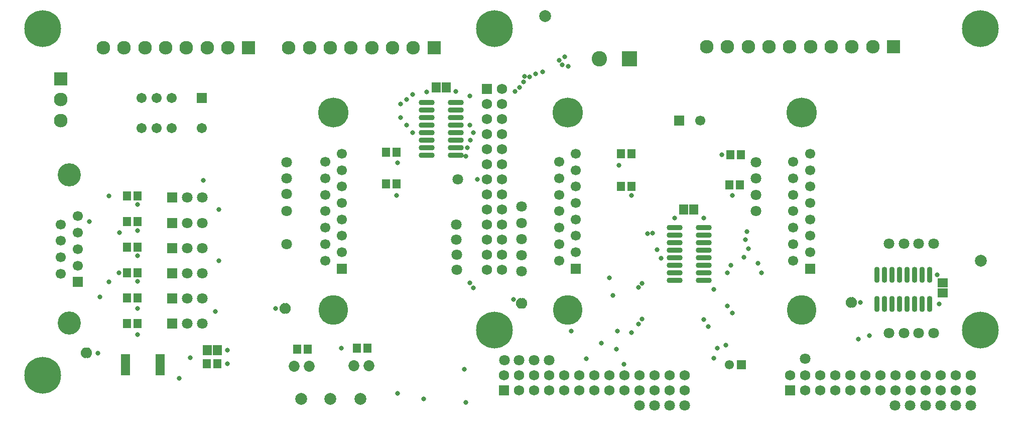
<source format=gts>
G04*
G04 #@! TF.GenerationSoftware,Altium Limited,Altium Designer,18.1.9 (240)*
G04*
G04 Layer_Color=8388736*
%FSLAX25Y25*%
%MOIN*%
G70*
G01*
G75*
%ADD28R,0.01157X0.07087*%
%ADD29R,0.01575X0.01575*%
%ADD30R,0.05906X0.06693*%
%ADD31R,0.05512X0.06299*%
%ADD32R,0.05906X0.14173*%
%ADD33R,0.06693X0.05906*%
%ADD34O,0.03543X0.10630*%
%ADD35O,0.10630X0.03543*%
%ADD36C,0.24410*%
%ADD37C,0.07874*%
%ADD38R,0.06102X0.06102*%
%ADD39C,0.06102*%
%ADD40C,0.06693*%
%ADD41R,0.06693X0.06693*%
%ADD42O,0.20276X0.19685*%
%ADD43C,0.19685*%
%ADD44C,0.15354*%
%ADD45C,0.07087*%
%ADD46R,0.07087X0.07087*%
%ADD47C,0.06890*%
%ADD48R,0.06890X0.06890*%
%ADD49R,0.09055X0.09055*%
%ADD50C,0.09055*%
%ADD51R,0.10236X0.10236*%
%ADD52C,0.10236*%
%ADD53R,0.09055X0.09055*%
%ADD54C,0.07287*%
%ADD55C,0.06724*%
%ADD56R,0.06724X0.06724*%
%ADD57R,0.06693X0.06693*%
%ADD58R,0.06890X0.06890*%
%ADD59C,0.03150*%
G36*
X-251582Y43546D02*
X-251573Y43546D01*
X-251556Y43544D01*
X-251539Y43543D01*
X-251530Y43541D01*
X-251522Y43540D01*
X-251505Y43536D01*
X-251488Y43533D01*
X-251480Y43530D01*
X-251471Y43528D01*
X-251456Y43522D01*
X-251439Y43516D01*
X-251431Y43513D01*
X-251424Y43510D01*
X-251409Y43501D01*
X-251393Y43494D01*
X-251386Y43489D01*
X-251378Y43485D01*
X-251365Y43475D01*
X-251350Y43465D01*
X-251343Y43459D01*
X-251337Y43454D01*
X-251325Y43442D01*
X-251311Y43431D01*
X-251306Y43424D01*
X-251299Y43418D01*
X-251289Y43405D01*
X-251277Y43392D01*
X-251272Y43385D01*
X-251267Y43378D01*
X-251258Y43364D01*
X-251249Y43349D01*
X-251245Y43341D01*
X-251240Y43334D01*
X-251234Y43319D01*
X-251226Y43303D01*
X-251223Y43295D01*
X-251220Y43287D01*
X-251215Y43271D01*
X-251209Y43254D01*
X-251207Y43245D01*
X-251205Y43237D01*
X-251203Y43221D01*
X-251199Y43203D01*
X-251199Y43195D01*
X-251197Y43186D01*
X-251197Y43169D01*
X-251196Y43152D01*
X-251196Y36853D01*
X-251197Y36838D01*
X-251197Y36824D01*
X-251199Y36813D01*
X-251199Y36801D01*
X-251202Y36787D01*
X-251204Y36773D01*
X-251207Y36762D01*
X-251209Y36751D01*
X-251214Y36737D01*
X-251218Y36723D01*
X-251222Y36713D01*
X-251226Y36702D01*
X-251232Y36689D01*
X-251238Y36676D01*
X-251244Y36666D01*
X-251249Y36656D01*
X-251257Y36643D01*
X-251264Y36631D01*
X-251271Y36622D01*
X-251277Y36613D01*
X-251287Y36602D01*
X-251296Y36590D01*
X-251304Y36582D01*
X-251311Y36574D01*
X-251322Y36564D01*
X-251333Y36554D01*
X-251342Y36547D01*
X-251350Y36540D01*
X-251362Y36532D01*
X-251374Y36523D01*
X-251384Y36517D01*
X-251393Y36511D01*
X-251406Y36505D01*
X-251419Y36498D01*
X-251429Y36493D01*
X-251439Y36488D01*
X-251453Y36484D01*
X-251466Y36478D01*
X-251478Y36475D01*
X-251488Y36472D01*
X-251502Y36469D01*
X-251517Y36465D01*
X-251528Y36464D01*
X-251539Y36462D01*
X-251553Y36461D01*
X-251568Y36459D01*
X-251579Y36459D01*
X-251590Y36458D01*
X-251605Y36459D01*
X-251619Y36459D01*
X-251904Y36480D01*
X-251917Y36482D01*
X-251930Y36483D01*
X-251943Y36486D01*
X-251956Y36487D01*
X-251968Y36491D01*
X-251980Y36494D01*
X-252532Y36646D01*
X-252544Y36650D01*
X-252556Y36653D01*
X-252568Y36658D01*
X-252580Y36663D01*
X-252592Y36669D01*
X-252604Y36674D01*
X-253114Y36930D01*
X-253126Y36937D01*
X-253137Y36943D01*
X-253148Y36950D01*
X-253159Y36957D01*
X-253169Y36964D01*
X-253180Y36972D01*
X-253630Y37323D01*
X-253640Y37332D01*
X-253650Y37340D01*
X-253659Y37349D01*
X-253669Y37358D01*
X-253678Y37367D01*
X-253686Y37377D01*
X-254060Y37809D01*
X-254068Y37820D01*
X-254076Y37829D01*
X-254083Y37840D01*
X-254091Y37850D01*
X-254097Y37862D01*
X-254105Y37873D01*
X-254386Y38370D01*
X-254392Y38381D01*
X-254398Y38393D01*
X-254403Y38405D01*
X-254409Y38416D01*
X-254413Y38429D01*
X-254418Y38440D01*
X-254597Y38983D01*
X-254601Y38996D01*
X-254605Y39008D01*
X-254607Y39021D01*
X-254610Y39033D01*
X-254612Y39046D01*
X-254614Y39059D01*
X-254684Y39626D01*
X-254685Y39639D01*
X-254687Y39652D01*
X-254687Y39665D01*
X-254688Y39678D01*
X-254686Y39690D01*
X-254686Y39703D01*
X-254668Y39957D01*
X-254690Y40215D01*
X-254691Y40227D01*
X-254692Y40240D01*
X-254691Y40253D01*
X-254691Y40266D01*
X-254690Y40279D01*
X-254689Y40292D01*
X-254626Y40869D01*
X-254624Y40882D01*
X-254622Y40895D01*
X-254619Y40907D01*
X-254617Y40920D01*
X-254613Y40932D01*
X-254610Y40945D01*
X-254435Y41499D01*
X-254430Y41511D01*
X-254426Y41523D01*
X-254421Y41535D01*
X-254416Y41547D01*
X-254410Y41558D01*
X-254405Y41570D01*
X-254125Y42079D01*
X-254118Y42090D01*
X-254112Y42101D01*
X-254104Y42111D01*
X-254097Y42122D01*
X-254089Y42132D01*
X-254081Y42143D01*
X-253708Y42587D01*
X-253699Y42597D01*
X-253691Y42606D01*
X-253681Y42615D01*
X-253672Y42625D01*
X-253662Y42632D01*
X-253652Y42641D01*
X-253199Y43005D01*
X-253189Y43012D01*
X-253179Y43020D01*
X-253168Y43027D01*
X-253157Y43034D01*
X-253146Y43040D01*
X-253134Y43047D01*
X-252619Y43315D01*
X-252607Y43320D01*
X-252596Y43326D01*
X-252584Y43330D01*
X-252572Y43335D01*
X-252560Y43339D01*
X-252548Y43343D01*
X-251990Y43506D01*
X-251977Y43508D01*
X-251965Y43512D01*
X-251952Y43514D01*
X-251940Y43517D01*
X-251927Y43518D01*
X-251914Y43520D01*
X-251625Y43545D01*
X-251608Y43545D01*
X-251590Y43547D01*
X-251582Y43546D01*
D02*
G37*
G36*
X-250392Y43545D02*
X-250375Y43545D01*
X-250086Y43520D01*
X-250073Y43518D01*
X-250061Y43517D01*
X-250048Y43514D01*
X-250035Y43512D01*
X-250023Y43508D01*
X-250010Y43506D01*
X-249452Y43343D01*
X-249440Y43339D01*
X-249428Y43335D01*
X-249416Y43330D01*
X-249404Y43326D01*
X-249393Y43320D01*
X-249381Y43315D01*
X-248866Y43047D01*
X-248854Y43040D01*
X-248843Y43034D01*
X-248832Y43027D01*
X-248821Y43020D01*
X-248811Y43012D01*
X-248801Y43005D01*
X-248348Y42641D01*
X-248338Y42632D01*
X-248328Y42625D01*
X-248319Y42615D01*
X-248309Y42606D01*
X-248301Y42597D01*
X-248292Y42587D01*
X-247919Y42143D01*
X-247911Y42132D01*
X-247903Y42122D01*
X-247896Y42111D01*
X-247888Y42101D01*
X-247882Y42090D01*
X-247875Y42079D01*
X-247596Y41570D01*
X-247590Y41558D01*
X-247584Y41547D01*
X-247579Y41535D01*
X-247574Y41523D01*
X-247570Y41511D01*
X-247565Y41499D01*
X-247390Y40945D01*
X-247387Y40932D01*
X-247383Y40920D01*
X-247381Y40907D01*
X-247378Y40895D01*
X-247376Y40882D01*
X-247374Y40869D01*
X-247311Y40292D01*
X-247310Y40279D01*
X-247309Y40266D01*
X-247309Y40253D01*
X-247308Y40240D01*
X-247309Y40227D01*
X-247310Y40215D01*
X-247332Y39957D01*
X-247314Y39703D01*
X-247313Y39690D01*
X-247312Y39678D01*
X-247313Y39665D01*
X-247313Y39652D01*
X-247315Y39639D01*
X-247316Y39626D01*
X-247386Y39059D01*
X-247388Y39046D01*
X-247390Y39033D01*
X-247393Y39021D01*
X-247395Y39008D01*
X-247399Y38996D01*
X-247403Y38983D01*
X-247582Y38440D01*
X-247587Y38429D01*
X-247591Y38416D01*
X-247597Y38405D01*
X-247602Y38393D01*
X-247608Y38381D01*
X-247614Y38370D01*
X-247895Y37873D01*
X-247903Y37862D01*
X-247909Y37850D01*
X-247917Y37840D01*
X-247924Y37829D01*
X-247932Y37820D01*
X-247940Y37809D01*
X-248313Y37377D01*
X-248323Y37367D01*
X-248331Y37358D01*
X-248341Y37349D01*
X-248350Y37340D01*
X-248360Y37332D01*
X-248370Y37323D01*
X-248820Y36972D01*
X-248831Y36964D01*
X-248841Y36957D01*
X-248852Y36950D01*
X-248863Y36943D01*
X-248874Y36937D01*
X-248886Y36930D01*
X-249396Y36674D01*
X-249408Y36669D01*
X-249420Y36663D01*
X-249432Y36658D01*
X-249444Y36653D01*
X-249456Y36650D01*
X-249468Y36646D01*
X-250020Y36494D01*
X-250032Y36491D01*
X-250044Y36487D01*
X-250057Y36486D01*
X-250070Y36483D01*
X-250083Y36482D01*
X-250096Y36480D01*
X-250381Y36459D01*
X-250395Y36459D01*
X-250410Y36458D01*
X-250421Y36459D01*
X-250432Y36459D01*
X-250447Y36461D01*
X-250461Y36462D01*
X-250472Y36464D01*
X-250483Y36465D01*
X-250498Y36469D01*
X-250512Y36472D01*
X-250522Y36475D01*
X-250534Y36478D01*
X-250547Y36484D01*
X-250561Y36488D01*
X-250571Y36493D01*
X-250581Y36498D01*
X-250594Y36505D01*
X-250607Y36511D01*
X-250616Y36517D01*
X-250626Y36523D01*
X-250638Y36532D01*
X-250650Y36540D01*
X-250658Y36547D01*
X-250667Y36554D01*
X-250678Y36564D01*
X-250689Y36574D01*
X-250696Y36582D01*
X-250704Y36590D01*
X-250713Y36602D01*
X-250723Y36613D01*
X-250729Y36622D01*
X-250736Y36631D01*
X-250743Y36643D01*
X-250751Y36656D01*
X-250756Y36666D01*
X-250762Y36676D01*
X-250768Y36689D01*
X-250774Y36702D01*
X-250778Y36713D01*
X-250782Y36723D01*
X-250786Y36737D01*
X-250791Y36751D01*
X-250793Y36762D01*
X-250796Y36773D01*
X-250798Y36787D01*
X-250801Y36801D01*
X-250801Y36813D01*
X-250803Y36824D01*
X-250803Y36838D01*
X-250804Y36853D01*
Y43152D01*
Y43152D01*
X-250803Y43169D01*
X-250803Y43186D01*
X-250801Y43195D01*
X-250801Y43203D01*
X-250797Y43220D01*
X-250795Y43237D01*
X-250793Y43245D01*
X-250791Y43254D01*
X-250785Y43270D01*
X-250781Y43287D01*
X-250777Y43295D01*
X-250774Y43303D01*
X-250766Y43318D01*
X-250760Y43334D01*
X-250755Y43341D01*
X-250751Y43349D01*
X-250742Y43364D01*
X-250733Y43378D01*
X-250728Y43385D01*
X-250723Y43392D01*
X-250711Y43405D01*
X-250701Y43418D01*
X-250694Y43424D01*
X-250689Y43431D01*
X-250676Y43442D01*
X-250663Y43454D01*
X-250657Y43459D01*
X-250650Y43465D01*
X-250635Y43475D01*
X-250622Y43485D01*
X-250614Y43489D01*
X-250607Y43494D01*
X-250591Y43501D01*
X-250576Y43510D01*
X-250569Y43513D01*
X-250561Y43516D01*
X-250544Y43522D01*
X-250529Y43528D01*
X-250520Y43530D01*
X-250512Y43533D01*
X-250495Y43536D01*
X-250478Y43540D01*
X-250470Y43541D01*
X-250461Y43543D01*
X-250444Y43544D01*
X-250427Y43546D01*
X-250418Y43546D01*
X-250410Y43547D01*
X-250392Y43545D01*
D02*
G37*
G36*
X-119581Y73046D02*
X-119573Y73046D01*
X-119556Y73044D01*
X-119539Y73043D01*
X-119530Y73041D01*
X-119522Y73040D01*
X-119505Y73036D01*
X-119488Y73033D01*
X-119480Y73030D01*
X-119472Y73028D01*
X-119456Y73022D01*
X-119439Y73017D01*
X-119431Y73013D01*
X-119423Y73010D01*
X-119409Y73001D01*
X-119393Y72994D01*
X-119386Y72989D01*
X-119378Y72985D01*
X-119365Y72975D01*
X-119350Y72965D01*
X-119343Y72959D01*
X-119337Y72954D01*
X-119325Y72943D01*
X-119311Y72931D01*
X-119306Y72924D01*
X-119299Y72918D01*
X-119289Y72905D01*
X-119277Y72892D01*
X-119272Y72885D01*
X-119267Y72878D01*
X-119258Y72864D01*
X-119249Y72849D01*
X-119245Y72841D01*
X-119240Y72834D01*
X-119234Y72819D01*
X-119226Y72803D01*
X-119223Y72795D01*
X-119220Y72787D01*
X-119215Y72771D01*
X-119209Y72754D01*
X-119208Y72745D01*
X-119205Y72737D01*
X-119203Y72721D01*
X-119199Y72703D01*
X-119199Y72695D01*
X-119197Y72686D01*
X-119197Y72669D01*
X-119196Y72652D01*
X-119196Y66353D01*
X-119197Y66338D01*
X-119197Y66324D01*
X-119199Y66313D01*
X-119199Y66301D01*
X-119202Y66287D01*
X-119204Y66273D01*
X-119207Y66262D01*
X-119209Y66251D01*
X-119214Y66237D01*
X-119218Y66223D01*
X-119222Y66213D01*
X-119226Y66202D01*
X-119232Y66189D01*
X-119238Y66176D01*
X-119244Y66166D01*
X-119249Y66155D01*
X-119257Y66143D01*
X-119264Y66131D01*
X-119271Y66122D01*
X-119277Y66113D01*
X-119287Y66102D01*
X-119296Y66090D01*
X-119304Y66082D01*
X-119311Y66074D01*
X-119322Y66064D01*
X-119333Y66054D01*
X-119342Y66047D01*
X-119350Y66040D01*
X-119362Y66032D01*
X-119374Y66023D01*
X-119384Y66017D01*
X-119393Y66011D01*
X-119406Y66005D01*
X-119419Y65998D01*
X-119429Y65993D01*
X-119439Y65988D01*
X-119453Y65984D01*
X-119466Y65978D01*
X-119478Y65975D01*
X-119488Y65972D01*
X-119502Y65969D01*
X-119517Y65965D01*
X-119528Y65964D01*
X-119539Y65962D01*
X-119553Y65961D01*
X-119568Y65959D01*
X-119579Y65959D01*
X-119590Y65958D01*
X-119605Y65959D01*
X-119619Y65959D01*
X-119904Y65980D01*
X-119917Y65982D01*
X-119930Y65983D01*
X-119943Y65986D01*
X-119956Y65987D01*
X-119968Y65991D01*
X-119981Y65993D01*
X-120531Y66146D01*
X-120544Y66150D01*
X-120556Y66153D01*
X-120568Y66158D01*
X-120580Y66163D01*
X-120592Y66168D01*
X-120604Y66174D01*
X-121114Y66430D01*
X-121125Y66437D01*
X-121137Y66443D01*
X-121148Y66450D01*
X-121159Y66457D01*
X-121169Y66465D01*
X-121180Y66472D01*
X-121631Y66823D01*
X-121640Y66832D01*
X-121650Y66840D01*
X-121659Y66849D01*
X-121669Y66858D01*
X-121677Y66868D01*
X-121686Y66877D01*
X-122060Y67309D01*
X-122068Y67320D01*
X-122076Y67329D01*
X-122083Y67340D01*
X-122091Y67351D01*
X-122097Y67362D01*
X-122105Y67373D01*
X-122387Y67870D01*
X-122392Y67882D01*
X-122398Y67893D01*
X-122403Y67905D01*
X-122409Y67916D01*
X-122413Y67929D01*
X-122418Y67940D01*
X-122597Y68483D01*
X-122601Y68496D01*
X-122605Y68508D01*
X-122607Y68521D01*
X-122610Y68533D01*
X-122612Y68546D01*
X-122614Y68559D01*
X-122685Y69126D01*
X-122685Y69139D01*
X-122687Y69152D01*
X-122687Y69165D01*
X-122687Y69178D01*
X-122687Y69190D01*
X-122686Y69203D01*
X-122668Y69457D01*
X-122690Y69715D01*
X-122690Y69727D01*
X-122692Y69740D01*
X-122691Y69753D01*
X-122691Y69766D01*
X-122690Y69779D01*
X-122689Y69792D01*
X-122626Y70369D01*
X-122624Y70382D01*
X-122622Y70395D01*
X-122619Y70407D01*
X-122617Y70420D01*
X-122613Y70432D01*
X-122610Y70445D01*
X-122435Y70999D01*
X-122430Y71011D01*
X-122426Y71023D01*
X-122421Y71035D01*
X-122416Y71047D01*
X-122410Y71058D01*
X-122405Y71070D01*
X-122125Y71579D01*
X-122118Y71590D01*
X-122112Y71601D01*
X-122104Y71611D01*
X-122097Y71622D01*
X-122089Y71632D01*
X-122081Y71643D01*
X-121708Y72087D01*
X-121699Y72097D01*
X-121690Y72106D01*
X-121681Y72115D01*
X-121672Y72124D01*
X-121662Y72132D01*
X-121652Y72141D01*
X-121199Y72505D01*
X-121189Y72512D01*
X-121179Y72520D01*
X-121168Y72527D01*
X-121157Y72534D01*
X-121146Y72540D01*
X-121134Y72547D01*
X-120619Y72815D01*
X-120607Y72820D01*
X-120596Y72826D01*
X-120584Y72830D01*
X-120572Y72835D01*
X-120560Y72839D01*
X-120547Y72843D01*
X-119990Y73006D01*
X-119977Y73009D01*
X-119965Y73012D01*
X-119952Y73014D01*
X-119939Y73017D01*
X-119927Y73018D01*
X-119914Y73020D01*
X-119625Y73045D01*
X-119608Y73045D01*
X-119590Y73046D01*
X-119581Y73046D01*
D02*
G37*
G36*
X-118392Y73045D02*
X-118375Y73045D01*
X-118086Y73020D01*
X-118073Y73018D01*
X-118061Y73017D01*
X-118048Y73014D01*
X-118035Y73012D01*
X-118023Y73009D01*
X-118010Y73006D01*
X-117453Y72843D01*
X-117440Y72839D01*
X-117428Y72835D01*
X-117416Y72830D01*
X-117404Y72826D01*
X-117393Y72820D01*
X-117381Y72815D01*
X-116866Y72547D01*
X-116854Y72540D01*
X-116843Y72534D01*
X-116832Y72527D01*
X-116821Y72520D01*
X-116811Y72512D01*
X-116801Y72505D01*
X-116348Y72141D01*
X-116338Y72132D01*
X-116328Y72124D01*
X-116319Y72115D01*
X-116309Y72106D01*
X-116301Y72097D01*
X-116292Y72087D01*
X-115919Y71643D01*
X-115911Y71632D01*
X-115903Y71622D01*
X-115896Y71611D01*
X-115888Y71601D01*
X-115882Y71590D01*
X-115875Y71579D01*
X-115595Y71070D01*
X-115590Y71058D01*
X-115584Y71047D01*
X-115579Y71035D01*
X-115574Y71023D01*
X-115570Y71011D01*
X-115565Y70999D01*
X-115390Y70445D01*
X-115387Y70432D01*
X-115383Y70420D01*
X-115381Y70407D01*
X-115378Y70395D01*
X-115376Y70382D01*
X-115374Y70369D01*
X-115311Y69792D01*
X-115310Y69779D01*
X-115309Y69766D01*
X-115309Y69753D01*
X-115308Y69740D01*
X-115310Y69727D01*
X-115310Y69715D01*
X-115332Y69457D01*
X-115314Y69203D01*
X-115313Y69190D01*
X-115313Y69178D01*
X-115313Y69165D01*
X-115313Y69152D01*
X-115315Y69139D01*
X-115315Y69126D01*
X-115386Y68559D01*
X-115388Y68546D01*
X-115390Y68533D01*
X-115393Y68521D01*
X-115395Y68508D01*
X-115399Y68496D01*
X-115403Y68483D01*
X-115582Y67940D01*
X-115587Y67929D01*
X-115591Y67916D01*
X-115597Y67905D01*
X-115602Y67893D01*
X-115608Y67882D01*
X-115613Y67870D01*
X-115895Y67373D01*
X-115903Y67362D01*
X-115909Y67351D01*
X-115917Y67340D01*
X-115924Y67329D01*
X-115932Y67320D01*
X-115940Y67309D01*
X-116314Y66877D01*
X-116323Y66868D01*
X-116331Y66858D01*
X-116341Y66849D01*
X-116350Y66840D01*
X-116360Y66832D01*
X-116369Y66823D01*
X-116820Y66472D01*
X-116831Y66465D01*
X-116841Y66457D01*
X-116852Y66450D01*
X-116863Y66443D01*
X-116875Y66437D01*
X-116886Y66430D01*
X-117396Y66174D01*
X-117408Y66168D01*
X-117420Y66163D01*
X-117432Y66158D01*
X-117444Y66153D01*
X-117456Y66150D01*
X-117469Y66146D01*
X-118019Y65993D01*
X-118032Y65991D01*
X-118045Y65987D01*
X-118057Y65986D01*
X-118070Y65983D01*
X-118083Y65982D01*
X-118096Y65980D01*
X-118381Y65959D01*
X-118395Y65959D01*
X-118410Y65958D01*
X-118421Y65959D01*
X-118432Y65959D01*
X-118447Y65961D01*
X-118461Y65962D01*
X-118472Y65964D01*
X-118483Y65965D01*
X-118498Y65969D01*
X-118512Y65972D01*
X-118523Y65975D01*
X-118534Y65978D01*
X-118547Y65984D01*
X-118561Y65988D01*
X-118571Y65993D01*
X-118581Y65998D01*
X-118594Y66005D01*
X-118607Y66011D01*
X-118616Y66017D01*
X-118626Y66023D01*
X-118638Y66032D01*
X-118650Y66040D01*
X-118658Y66047D01*
X-118667Y66054D01*
X-118678Y66064D01*
X-118689Y66074D01*
X-118696Y66082D01*
X-118704Y66090D01*
X-118713Y66102D01*
X-118723Y66113D01*
X-118729Y66122D01*
X-118736Y66131D01*
X-118743Y66143D01*
X-118751Y66155D01*
X-118756Y66166D01*
X-118762Y66176D01*
X-118768Y66189D01*
X-118774Y66202D01*
X-118778Y66213D01*
X-118782Y66223D01*
X-118786Y66237D01*
X-118791Y66251D01*
X-118793Y66262D01*
X-118796Y66273D01*
X-118798Y66287D01*
X-118801Y66301D01*
X-118801Y66313D01*
X-118803Y66324D01*
X-118803Y66338D01*
X-118804Y66353D01*
Y72652D01*
Y72652D01*
X-118803Y72669D01*
X-118803Y72686D01*
X-118801Y72695D01*
X-118801Y72703D01*
X-118797Y72720D01*
X-118795Y72737D01*
X-118792Y72745D01*
X-118791Y72754D01*
X-118785Y72770D01*
X-118780Y72787D01*
X-118777Y72795D01*
X-118774Y72803D01*
X-118766Y72818D01*
X-118760Y72834D01*
X-118755Y72841D01*
X-118751Y72849D01*
X-118742Y72864D01*
X-118733Y72878D01*
X-118728Y72885D01*
X-118723Y72892D01*
X-118711Y72905D01*
X-118701Y72918D01*
X-118694Y72924D01*
X-118689Y72931D01*
X-118676Y72942D01*
X-118663Y72954D01*
X-118657Y72959D01*
X-118650Y72965D01*
X-118635Y72975D01*
X-118622Y72985D01*
X-118614Y72989D01*
X-118607Y72994D01*
X-118591Y73001D01*
X-118577Y73010D01*
X-118569Y73013D01*
X-118561Y73017D01*
X-118544Y73022D01*
X-118528Y73028D01*
X-118520Y73030D01*
X-118512Y73033D01*
X-118495Y73036D01*
X-118478Y73040D01*
X-118470Y73041D01*
X-118461Y73043D01*
X-118444Y73044D01*
X-118427Y73046D01*
X-118419Y73046D01*
X-118410Y73046D01*
X-118392Y73045D01*
D02*
G37*
G36*
X37418Y76491D02*
X37427Y76491D01*
X37444Y76489D01*
X37461Y76488D01*
X37470Y76486D01*
X37478Y76485D01*
X37495Y76481D01*
X37512Y76478D01*
X37520Y76475D01*
X37528Y76473D01*
X37544Y76467D01*
X37561Y76461D01*
X37569Y76458D01*
X37576Y76454D01*
X37591Y76446D01*
X37607Y76439D01*
X37614Y76434D01*
X37622Y76429D01*
X37635Y76420D01*
X37650Y76410D01*
X37657Y76404D01*
X37663Y76399D01*
X37675Y76387D01*
X37689Y76376D01*
X37694Y76369D01*
X37701Y76363D01*
X37711Y76350D01*
X37723Y76337D01*
X37728Y76330D01*
X37733Y76323D01*
X37742Y76309D01*
X37751Y76294D01*
X37755Y76286D01*
X37760Y76279D01*
X37766Y76263D01*
X37774Y76248D01*
X37777Y76240D01*
X37780Y76232D01*
X37785Y76215D01*
X37791Y76199D01*
X37793Y76190D01*
X37795Y76182D01*
X37797Y76166D01*
X37801Y76148D01*
X37801Y76139D01*
X37803Y76131D01*
X37803Y76114D01*
X37804Y76097D01*
X37804Y69798D01*
X37803Y69783D01*
X37803Y69769D01*
X37802Y69757D01*
X37801Y69746D01*
X37798Y69732D01*
X37796Y69718D01*
X37793Y69707D01*
X37791Y69696D01*
X37786Y69682D01*
X37782Y69668D01*
X37778Y69657D01*
X37774Y69647D01*
X37768Y69634D01*
X37762Y69620D01*
X37756Y69611D01*
X37751Y69600D01*
X37743Y69588D01*
X37736Y69576D01*
X37729Y69567D01*
X37723Y69557D01*
X37713Y69547D01*
X37704Y69535D01*
X37696Y69527D01*
X37689Y69519D01*
X37678Y69509D01*
X37667Y69499D01*
X37658Y69492D01*
X37650Y69485D01*
X37638Y69477D01*
X37626Y69468D01*
X37616Y69462D01*
X37607Y69456D01*
X37594Y69450D01*
X37581Y69442D01*
X37571Y69438D01*
X37561Y69433D01*
X37547Y69428D01*
X37534Y69423D01*
X37522Y69420D01*
X37512Y69417D01*
X37498Y69414D01*
X37484Y69410D01*
X37472Y69409D01*
X37461Y69406D01*
X37447Y69406D01*
X37432Y69404D01*
X37421Y69404D01*
X37410Y69403D01*
X37395Y69404D01*
X37381Y69404D01*
X37096Y69425D01*
X37083Y69427D01*
X37070Y69428D01*
X37057Y69431D01*
X37045Y69432D01*
X37032Y69436D01*
X37020Y69438D01*
X36468Y69591D01*
X36456Y69595D01*
X36444Y69598D01*
X36432Y69603D01*
X36420Y69608D01*
X36408Y69613D01*
X36396Y69618D01*
X35886Y69875D01*
X35875Y69882D01*
X35863Y69888D01*
X35852Y69895D01*
X35841Y69902D01*
X35831Y69909D01*
X35820Y69917D01*
X35370Y70268D01*
X35360Y70277D01*
X35350Y70285D01*
X35341Y70294D01*
X35331Y70303D01*
X35322Y70312D01*
X35313Y70322D01*
X34940Y70754D01*
X34932Y70764D01*
X34924Y70774D01*
X34917Y70785D01*
X34909Y70795D01*
X34903Y70807D01*
X34895Y70818D01*
X34613Y71315D01*
X34608Y71326D01*
X34602Y71338D01*
X34597Y71350D01*
X34591Y71361D01*
X34587Y71373D01*
X34582Y71385D01*
X34403Y71928D01*
X34399Y71941D01*
X34395Y71953D01*
X34393Y71965D01*
X34390Y71978D01*
X34388Y71991D01*
X34386Y72004D01*
X34315Y72571D01*
X34315Y72584D01*
X34313Y72597D01*
X34313Y72610D01*
X34312Y72622D01*
X34313Y72635D01*
X34313Y72648D01*
X34332Y72902D01*
X34310Y73159D01*
X34310Y73172D01*
X34308Y73185D01*
X34309Y73198D01*
X34309Y73211D01*
X34310Y73224D01*
X34311Y73237D01*
X34374Y73814D01*
X34376Y73827D01*
X34378Y73840D01*
X34381Y73852D01*
X34383Y73865D01*
X34387Y73877D01*
X34390Y73890D01*
X34565Y74444D01*
X34570Y74456D01*
X34574Y74468D01*
X34579Y74480D01*
X34584Y74492D01*
X34590Y74503D01*
X34595Y74515D01*
X34875Y75024D01*
X34882Y75035D01*
X34888Y75046D01*
X34896Y75056D01*
X34903Y75067D01*
X34911Y75077D01*
X34919Y75087D01*
X35292Y75532D01*
X35301Y75541D01*
X35309Y75551D01*
X35319Y75560D01*
X35328Y75569D01*
X35338Y75577D01*
X35348Y75586D01*
X35801Y75949D01*
X35811Y75957D01*
X35821Y75965D01*
X35832Y75972D01*
X35843Y75979D01*
X35854Y75985D01*
X35866Y75992D01*
X36381Y76260D01*
X36393Y76265D01*
X36404Y76271D01*
X36416Y76275D01*
X36428Y76280D01*
X36440Y76284D01*
X36452Y76288D01*
X37010Y76451D01*
X37023Y76453D01*
X37035Y76457D01*
X37048Y76459D01*
X37060Y76462D01*
X37073Y76463D01*
X37086Y76465D01*
X37375Y76490D01*
X37392Y76490D01*
X37410Y76491D01*
X37418Y76491D01*
D02*
G37*
G36*
X38608Y76490D02*
X38625Y76490D01*
X38914Y76465D01*
X38927Y76463D01*
X38939Y76462D01*
X38952Y76459D01*
X38965Y76457D01*
X38977Y76453D01*
X38990Y76451D01*
X39548Y76288D01*
X39560Y76284D01*
X39572Y76280D01*
X39584Y76275D01*
X39596Y76271D01*
X39607Y76265D01*
X39619Y76260D01*
X40135Y75992D01*
X40146Y75985D01*
X40157Y75979D01*
X40168Y75972D01*
X40179Y75965D01*
X40189Y75957D01*
X40199Y75949D01*
X40652Y75586D01*
X40662Y75577D01*
X40672Y75569D01*
X40681Y75560D01*
X40690Y75551D01*
X40699Y75541D01*
X40708Y75532D01*
X41081Y75087D01*
X41089Y75077D01*
X41097Y75067D01*
X41104Y75056D01*
X41112Y75046D01*
X41118Y75035D01*
X41125Y75024D01*
X41405Y74515D01*
X41410Y74503D01*
X41416Y74492D01*
X41421Y74480D01*
X41426Y74468D01*
X41430Y74456D01*
X41435Y74444D01*
X41610Y73890D01*
X41613Y73877D01*
X41617Y73865D01*
X41619Y73852D01*
X41622Y73840D01*
X41624Y73827D01*
X41626Y73814D01*
X41689Y73237D01*
X41690Y73224D01*
X41691Y73211D01*
X41691Y73198D01*
X41692Y73185D01*
X41690Y73172D01*
X41690Y73159D01*
X41668Y72902D01*
X41686Y72648D01*
X41686Y72635D01*
X41688Y72622D01*
X41687Y72610D01*
X41687Y72597D01*
X41685Y72584D01*
X41684Y72571D01*
X41614Y72004D01*
X41612Y71991D01*
X41610Y71978D01*
X41607Y71965D01*
X41605Y71953D01*
X41601Y71941D01*
X41597Y71928D01*
X41418Y71385D01*
X41413Y71373D01*
X41409Y71361D01*
X41403Y71350D01*
X41399Y71338D01*
X41392Y71326D01*
X41387Y71315D01*
X41105Y70818D01*
X41097Y70807D01*
X41091Y70795D01*
X41083Y70785D01*
X41076Y70774D01*
X41068Y70764D01*
X41060Y70754D01*
X40687Y70322D01*
X40677Y70312D01*
X40669Y70303D01*
X40659Y70294D01*
X40650Y70285D01*
X40640Y70277D01*
X40630Y70268D01*
X40180Y69917D01*
X40169Y69909D01*
X40159Y69902D01*
X40148Y69895D01*
X40137Y69888D01*
X40126Y69882D01*
X40114Y69875D01*
X39604Y69618D01*
X39592Y69613D01*
X39580Y69608D01*
X39568Y69603D01*
X39556Y69598D01*
X39544Y69595D01*
X39531Y69591D01*
X38980Y69438D01*
X38968Y69436D01*
X38956Y69432D01*
X38943Y69431D01*
X38930Y69428D01*
X38917Y69427D01*
X38904Y69425D01*
X38619Y69404D01*
X38605Y69404D01*
X38590Y69403D01*
X38579Y69404D01*
X38568Y69404D01*
X38553Y69406D01*
X38539Y69406D01*
X38528Y69409D01*
X38517Y69410D01*
X38502Y69414D01*
X38488Y69417D01*
X38478Y69420D01*
X38467Y69423D01*
X38453Y69428D01*
X38439Y69433D01*
X38429Y69438D01*
X38419Y69442D01*
X38406Y69450D01*
X38393Y69456D01*
X38384Y69462D01*
X38374Y69468D01*
X38362Y69477D01*
X38350Y69485D01*
X38342Y69492D01*
X38333Y69499D01*
X38322Y69509D01*
X38311Y69519D01*
X38304Y69527D01*
X38296Y69535D01*
X38287Y69547D01*
X38277Y69557D01*
X38271Y69567D01*
X38264Y69576D01*
X38257Y69588D01*
X38249Y69600D01*
X38244Y69611D01*
X38238Y69620D01*
X38232Y69634D01*
X38226Y69647D01*
X38222Y69657D01*
X38218Y69668D01*
X38214Y69682D01*
X38209Y69696D01*
X38207Y69707D01*
X38204Y69718D01*
X38202Y69732D01*
X38199Y69746D01*
X38199Y69757D01*
X38197Y69769D01*
X38197Y69783D01*
X38196Y69798D01*
Y76097D01*
Y76097D01*
X38197Y76114D01*
X38197Y76131D01*
X38199Y76140D01*
X38199Y76148D01*
X38203Y76165D01*
X38205Y76182D01*
X38208Y76190D01*
X38209Y76199D01*
X38215Y76215D01*
X38219Y76232D01*
X38223Y76240D01*
X38226Y76248D01*
X38234Y76263D01*
X38240Y76279D01*
X38245Y76286D01*
X38249Y76294D01*
X38258Y76309D01*
X38267Y76323D01*
X38272Y76330D01*
X38277Y76337D01*
X38289Y76350D01*
X38299Y76363D01*
X38306Y76369D01*
X38311Y76376D01*
X38324Y76387D01*
X38337Y76399D01*
X38344Y76404D01*
X38350Y76410D01*
X38365Y76420D01*
X38378Y76429D01*
X38386Y76434D01*
X38393Y76439D01*
X38409Y76446D01*
X38423Y76454D01*
X38432Y76458D01*
X38439Y76461D01*
X38440Y76462D01*
X38456Y76467D01*
X38471Y76473D01*
X38480Y76475D01*
X38488Y76478D01*
X38505Y76481D01*
X38522Y76485D01*
X38530Y76486D01*
X38539Y76488D01*
X38556Y76489D01*
X38573Y76491D01*
X38581Y76491D01*
X38590Y76491D01*
X38608Y76490D01*
D02*
G37*
G36*
X256421Y77041D02*
X256432Y77041D01*
X256447Y77039D01*
X256461Y77038D01*
X256472Y77036D01*
X256484Y77035D01*
X256498Y77031D01*
X256512Y77028D01*
X256522Y77025D01*
X256534Y77022D01*
X256547Y77016D01*
X256561Y77012D01*
X256571Y77007D01*
X256581Y77002D01*
X256594Y76995D01*
X256607Y76989D01*
X256616Y76983D01*
X256626Y76977D01*
X256638Y76968D01*
X256650Y76960D01*
X256658Y76953D01*
X256667Y76946D01*
X256678Y76936D01*
X256689Y76926D01*
X256696Y76918D01*
X256704Y76910D01*
X256713Y76898D01*
X256723Y76887D01*
X256729Y76878D01*
X256736Y76869D01*
X256743Y76857D01*
X256751Y76845D01*
X256756Y76834D01*
X256762Y76824D01*
X256768Y76811D01*
X256774Y76798D01*
X256778Y76787D01*
X256782Y76777D01*
X256786Y76763D01*
X256791Y76749D01*
X256793Y76738D01*
X256796Y76727D01*
X256798Y76713D01*
X256801Y76699D01*
X256802Y76687D01*
X256803Y76676D01*
X256803Y76662D01*
X256804Y76647D01*
X256804Y70348D01*
X256803Y70331D01*
X256803Y70314D01*
X256801Y70305D01*
X256801Y70297D01*
X256797Y70279D01*
X256795Y70263D01*
X256792Y70255D01*
X256791Y70246D01*
X256785Y70229D01*
X256780Y70213D01*
X256777Y70205D01*
X256774Y70197D01*
X256767Y70182D01*
X256760Y70166D01*
X256755Y70159D01*
X256754Y70157D01*
X256751Y70151D01*
X256742Y70136D01*
X256733Y70122D01*
X256728Y70115D01*
X256723Y70108D01*
X256711Y70095D01*
X256701Y70082D01*
X256694Y70076D01*
X256689Y70069D01*
X256676Y70058D01*
X256663Y70046D01*
X256656Y70041D01*
X256650Y70035D01*
X256635Y70025D01*
X256622Y70015D01*
X256614Y70011D01*
X256607Y70006D01*
X256591Y69999D01*
X256576Y69990D01*
X256569Y69987D01*
X256561Y69984D01*
X256544Y69978D01*
X256528Y69972D01*
X256520Y69970D01*
X256512Y69967D01*
X256495Y69964D01*
X256478Y69959D01*
X256470Y69959D01*
X256461Y69957D01*
X256444Y69956D01*
X256427Y69954D01*
X256418Y69954D01*
X256410Y69954D01*
X256410D01*
X256393Y69955D01*
X256375Y69955D01*
X256086Y69980D01*
X256073Y69982D01*
X256061Y69983D01*
X256048Y69986D01*
X256035Y69988D01*
X256023Y69991D01*
X256010Y69994D01*
X255452Y70157D01*
X255440Y70161D01*
X255428Y70165D01*
X255416Y70170D01*
X255404Y70174D01*
X255393Y70180D01*
X255381Y70185D01*
X254866Y70453D01*
X254854Y70460D01*
X254843Y70466D01*
X254832Y70473D01*
X254821Y70480D01*
X254811Y70488D01*
X254801Y70495D01*
X254348Y70859D01*
X254338Y70868D01*
X254328Y70876D01*
X254319Y70885D01*
X254310Y70894D01*
X254301Y70903D01*
X254292Y70913D01*
X253919Y71357D01*
X253911Y71368D01*
X253903Y71378D01*
X253896Y71389D01*
X253888Y71399D01*
X253882Y71410D01*
X253875Y71421D01*
X253595Y71930D01*
X253590Y71942D01*
X253584Y71953D01*
X253579Y71965D01*
X253574Y71977D01*
X253570Y71989D01*
X253565Y72001D01*
X253390Y72555D01*
X253387Y72568D01*
X253383Y72580D01*
X253381Y72593D01*
X253378Y72605D01*
X253376Y72618D01*
X253374Y72631D01*
X253311Y73208D01*
X253310Y73221D01*
X253309Y73234D01*
X253309Y73247D01*
X253308Y73260D01*
X253309Y73273D01*
X253310Y73285D01*
X253332Y73543D01*
X253313Y73797D01*
X253313Y73810D01*
X253312Y73822D01*
X253313Y73835D01*
X253313Y73848D01*
X253315Y73861D01*
X253315Y73874D01*
X253386Y74441D01*
X253388Y74454D01*
X253390Y74467D01*
X253393Y74479D01*
X253395Y74492D01*
X253399Y74504D01*
X253403Y74517D01*
X253582Y75059D01*
X253587Y75071D01*
X253591Y75084D01*
X253597Y75095D01*
X253602Y75107D01*
X253608Y75118D01*
X253613Y75130D01*
X253895Y75627D01*
X253903Y75638D01*
X253909Y75649D01*
X253917Y75660D01*
X253924Y75671D01*
X253932Y75680D01*
X253940Y75691D01*
X254313Y76123D01*
X254323Y76133D01*
X254331Y76142D01*
X254341Y76151D01*
X254350Y76160D01*
X254360Y76168D01*
X254369Y76177D01*
X254820Y76528D01*
X254831Y76535D01*
X254841Y76543D01*
X254852Y76550D01*
X254863Y76557D01*
X254874Y76563D01*
X254886Y76570D01*
X255396Y76826D01*
X255408Y76832D01*
X255420Y76837D01*
X255432Y76841D01*
X255444Y76846D01*
X255456Y76850D01*
X255469Y76854D01*
X256019Y77007D01*
X256032Y77009D01*
X256045Y77013D01*
X256057Y77014D01*
X256070Y77017D01*
X256083Y77018D01*
X256096Y77020D01*
X256381Y77041D01*
X256395Y77041D01*
X256410Y77042D01*
X256421Y77041D01*
D02*
G37*
G36*
X257605Y77041D02*
X257619Y77041D01*
X257904Y77020D01*
X257917Y77018D01*
X257930Y77017D01*
X257943Y77014D01*
X257956Y77013D01*
X257968Y77009D01*
X257980Y77007D01*
X258531Y76854D01*
X258544Y76850D01*
X258556Y76846D01*
X258568Y76841D01*
X258580Y76837D01*
X258592Y76832D01*
X258604Y76826D01*
X259114Y76570D01*
X259125Y76563D01*
X259137Y76557D01*
X259148Y76550D01*
X259159Y76543D01*
X259169Y76535D01*
X259180Y76528D01*
X259630Y76177D01*
X259640Y76168D01*
X259650Y76160D01*
X259659Y76151D01*
X259669Y76142D01*
X259677Y76133D01*
X259686Y76123D01*
X260060Y75691D01*
X260068Y75680D01*
X260076Y75671D01*
X260083Y75660D01*
X260091Y75649D01*
X260097Y75638D01*
X260105Y75627D01*
X260386Y75130D01*
X260392Y75118D01*
X260399Y75107D01*
X260403Y75095D01*
X260409Y75084D01*
X260413Y75071D01*
X260418Y75059D01*
X260597Y74517D01*
X260601Y74504D01*
X260605Y74492D01*
X260607Y74479D01*
X260610Y74467D01*
X260612Y74454D01*
X260614Y74441D01*
X260684Y73874D01*
X260685Y73861D01*
X260687Y73848D01*
X260687Y73835D01*
X260687Y73822D01*
X260686Y73810D01*
X260686Y73797D01*
X260668Y73543D01*
X260690Y73285D01*
X260690Y73273D01*
X260692Y73260D01*
X260691Y73247D01*
X260691Y73234D01*
X260690Y73221D01*
X260689Y73208D01*
X260626Y72631D01*
X260624Y72618D01*
X260622Y72605D01*
X260619Y72593D01*
X260617Y72580D01*
X260613Y72568D01*
X260610Y72555D01*
X260435Y72001D01*
X260430Y71989D01*
X260426Y71977D01*
X260421Y71965D01*
X260416Y71953D01*
X260410Y71942D01*
X260404Y71930D01*
X260125Y71421D01*
X260118Y71410D01*
X260112Y71399D01*
X260104Y71389D01*
X260097Y71378D01*
X260089Y71368D01*
X260081Y71357D01*
X259708Y70913D01*
X259699Y70903D01*
X259690Y70894D01*
X259681Y70885D01*
X259672Y70876D01*
X259662Y70868D01*
X259652Y70859D01*
X259199Y70495D01*
X259189Y70488D01*
X259179Y70480D01*
X259168Y70473D01*
X259157Y70466D01*
X259146Y70460D01*
X259135Y70453D01*
X258619Y70185D01*
X258607Y70180D01*
X258596Y70174D01*
X258584Y70170D01*
X258572Y70165D01*
X258560Y70161D01*
X258547Y70157D01*
X257990Y69994D01*
X257977Y69991D01*
X257965Y69988D01*
X257952Y69986D01*
X257940Y69983D01*
X257927Y69982D01*
X257914Y69980D01*
X257625Y69955D01*
X257607Y69955D01*
X257590Y69954D01*
X257582Y69954D01*
X257573Y69954D01*
X257556Y69956D01*
X257539Y69957D01*
X257530Y69959D01*
X257522Y69959D01*
X257505Y69964D01*
X257488Y69967D01*
X257480Y69970D01*
X257471Y69972D01*
X257456Y69978D01*
X257439Y69984D01*
X257432Y69987D01*
X257423Y69990D01*
X257408Y69999D01*
X257393Y70006D01*
X257386Y70011D01*
X257378Y70015D01*
X257365Y70025D01*
X257350Y70035D01*
X257344Y70041D01*
X257337Y70046D01*
X257324Y70058D01*
X257311Y70069D01*
X257306Y70076D01*
X257299Y70082D01*
X257289Y70095D01*
X257277Y70108D01*
X257273Y70115D01*
X257267Y70122D01*
X257258Y70136D01*
X257249Y70151D01*
X257246Y70157D01*
X257245Y70159D01*
X257240Y70166D01*
X257233Y70182D01*
X257226Y70197D01*
X257223Y70205D01*
X257220Y70213D01*
X257215Y70230D01*
X257209Y70246D01*
X257207Y70254D01*
X257205Y70263D01*
X257203Y70280D01*
X257199Y70297D01*
X257199Y70305D01*
X257197Y70314D01*
X257197Y70331D01*
X257196Y70348D01*
Y76647D01*
X257197Y76662D01*
X257197Y76676D01*
X257199Y76687D01*
X257199Y76699D01*
X257202Y76713D01*
X257204Y76727D01*
X257207Y76738D01*
X257209Y76749D01*
X257214Y76763D01*
X257218Y76777D01*
X257222Y76787D01*
X257226Y76798D01*
X257232Y76811D01*
X257238Y76824D01*
X257244Y76834D01*
X257249Y76845D01*
X257257Y76857D01*
X257264Y76869D01*
X257271Y76878D01*
X257277Y76887D01*
X257287Y76898D01*
X257296Y76910D01*
X257304Y76918D01*
X257311Y76926D01*
X257322Y76936D01*
X257333Y76946D01*
X257342Y76953D01*
X257350Y76960D01*
X257362Y76968D01*
X257374Y76977D01*
X257384Y76983D01*
X257393Y76989D01*
X257406Y76995D01*
X257419Y77002D01*
X257429Y77007D01*
X257439Y77012D01*
X257453Y77016D01*
X257467Y77022D01*
X257478Y77025D01*
X257488Y77028D01*
X257502Y77031D01*
X257517Y77035D01*
X257528Y77036D01*
X257539Y77038D01*
X257553Y77039D01*
X257568Y77041D01*
X257579Y77041D01*
X257590Y77042D01*
X257605Y77041D01*
D02*
G37*
D28*
X-250988Y40000D02*
D03*
X256988Y73500D02*
D03*
X38012Y72945D02*
D03*
X-118988Y69500D02*
D03*
D29*
X-253165Y40000D02*
D03*
X-248835D02*
D03*
X259165Y73500D02*
D03*
X254835D02*
D03*
X35835Y72945D02*
D03*
X40165D02*
D03*
X-121165Y69500D02*
D03*
X-116835D02*
D03*
D30*
X-170787Y41921D02*
D03*
X-164094D02*
D03*
X-12154Y216000D02*
D03*
X-18846D02*
D03*
X152347Y135047D02*
D03*
X145653D02*
D03*
D31*
X-163898Y32921D02*
D03*
X-170984D02*
D03*
X-216957Y59500D02*
D03*
X-224043D02*
D03*
X-216957Y76400D02*
D03*
X-224043D02*
D03*
X-216957Y93300D02*
D03*
X-224043D02*
D03*
X-216957Y110200D02*
D03*
X-224043D02*
D03*
X-216957Y127100D02*
D03*
X-224043D02*
D03*
X-216957Y144000D02*
D03*
X-224043D02*
D03*
X-64457Y43000D02*
D03*
X-71543D02*
D03*
X-103957Y42500D02*
D03*
X-111043D02*
D03*
X-44957Y152000D02*
D03*
X-52043D02*
D03*
X-44957Y173228D02*
D03*
X-52043D02*
D03*
X111043Y150358D02*
D03*
X103957D02*
D03*
X111043Y172169D02*
D03*
X103957D02*
D03*
X175957Y151500D02*
D03*
X183043D02*
D03*
X176457Y171500D02*
D03*
X183543D02*
D03*
D32*
X-225114Y32000D02*
D03*
X-201886D02*
D03*
D33*
X317500Y86500D02*
D03*
Y79807D02*
D03*
D34*
X274000Y72354D02*
D03*
X279000D02*
D03*
X284000D02*
D03*
X289000D02*
D03*
X294000D02*
D03*
X299000D02*
D03*
X304000D02*
D03*
X309000D02*
D03*
X274000Y91646D02*
D03*
X279000D02*
D03*
X284000D02*
D03*
X289000D02*
D03*
X294000D02*
D03*
X299000D02*
D03*
X304000D02*
D03*
X309000D02*
D03*
D35*
X158791Y88000D02*
D03*
Y93000D02*
D03*
Y98000D02*
D03*
Y103000D02*
D03*
Y108000D02*
D03*
Y113000D02*
D03*
Y118000D02*
D03*
Y123000D02*
D03*
X139500Y88000D02*
D03*
Y93000D02*
D03*
Y98000D02*
D03*
Y103000D02*
D03*
Y108000D02*
D03*
Y113000D02*
D03*
Y118000D02*
D03*
Y123000D02*
D03*
X-5854Y171000D02*
D03*
Y176000D02*
D03*
Y181000D02*
D03*
Y186000D02*
D03*
Y191000D02*
D03*
Y196000D02*
D03*
Y201000D02*
D03*
Y206000D02*
D03*
X-25146Y171000D02*
D03*
Y176000D02*
D03*
Y181000D02*
D03*
Y186000D02*
D03*
Y191000D02*
D03*
Y196000D02*
D03*
Y201000D02*
D03*
Y206000D02*
D03*
D36*
X-280000Y25000D02*
D03*
Y255000D02*
D03*
X20000Y55000D02*
D03*
Y255000D02*
D03*
X342500D02*
D03*
Y55000D02*
D03*
D37*
X53500Y263500D02*
D03*
X343000Y101000D02*
D03*
X-89000Y9500D02*
D03*
X-108500D02*
D03*
X-69000D02*
D03*
D38*
X183874Y32000D02*
D03*
D39*
X176000D02*
D03*
D40*
X218319Y101284D02*
D03*
X229500Y106736D02*
D03*
Y117642D02*
D03*
Y128547D02*
D03*
Y139453D02*
D03*
Y150358D02*
D03*
Y161264D02*
D03*
Y172169D02*
D03*
X218319Y112189D02*
D03*
Y123094D02*
D03*
Y134000D02*
D03*
Y144905D02*
D03*
Y155811D02*
D03*
Y166717D02*
D03*
X62910Y101284D02*
D03*
X74090Y106736D02*
D03*
Y117642D02*
D03*
Y128547D02*
D03*
Y139453D02*
D03*
Y150358D02*
D03*
Y161264D02*
D03*
Y172169D02*
D03*
X62910Y112189D02*
D03*
Y123094D02*
D03*
Y134000D02*
D03*
Y144905D02*
D03*
Y155811D02*
D03*
Y166717D02*
D03*
X-92500Y101284D02*
D03*
X-81319Y106736D02*
D03*
Y117642D02*
D03*
Y128547D02*
D03*
Y139453D02*
D03*
Y150358D02*
D03*
Y161264D02*
D03*
Y172169D02*
D03*
X-92500Y112189D02*
D03*
Y123094D02*
D03*
Y134000D02*
D03*
Y144905D02*
D03*
Y155811D02*
D03*
Y166717D02*
D03*
X-256819Y97952D02*
D03*
Y108858D02*
D03*
Y119763D02*
D03*
Y130669D02*
D03*
X-268000Y92500D02*
D03*
Y103405D02*
D03*
Y114311D02*
D03*
Y125216D02*
D03*
X156500Y194000D02*
D03*
D41*
X229500Y95831D02*
D03*
X74090D02*
D03*
X-81319D02*
D03*
X-256819Y87047D02*
D03*
D42*
X223909Y199591D02*
D03*
X68500D02*
D03*
X-86910D02*
D03*
D43*
X223909Y68410D02*
D03*
X68500D02*
D03*
X-86910D02*
D03*
D44*
X-262409Y158070D02*
D03*
Y59645D02*
D03*
D45*
X-174000Y143000D02*
D03*
X-184000D02*
D03*
X-174000Y59500D02*
D03*
X-184000D02*
D03*
X-174000Y126300D02*
D03*
X-184000D02*
D03*
X-174000Y109600D02*
D03*
X-184000D02*
D03*
X-174000Y92900D02*
D03*
X-184000D02*
D03*
X-174000Y76200D02*
D03*
X-184000D02*
D03*
X-5000Y95000D02*
D03*
Y105000D02*
D03*
X193500Y166500D02*
D03*
X-5354Y115000D02*
D03*
Y125000D02*
D03*
X193500Y155667D02*
D03*
X311500Y112500D02*
D03*
Y53000D02*
D03*
X193500Y144833D02*
D03*
X301667Y112500D02*
D03*
Y53000D02*
D03*
X291833Y112500D02*
D03*
Y53000D02*
D03*
X193500Y134000D02*
D03*
X282000Y112500D02*
D03*
Y53000D02*
D03*
X-4500Y155000D02*
D03*
X336300Y5000D02*
D03*
X326300D02*
D03*
X316225D02*
D03*
X306150D02*
D03*
X296075D02*
D03*
X286000D02*
D03*
X38000Y137000D02*
D03*
Y126250D02*
D03*
X226300Y36000D02*
D03*
X38000Y115500D02*
D03*
Y104750D02*
D03*
Y94000D02*
D03*
X146300Y5000D02*
D03*
X136300D02*
D03*
X126300D02*
D03*
X116300D02*
D03*
X56300Y35000D02*
D03*
X46300D02*
D03*
X36300D02*
D03*
X26500D02*
D03*
X-118000Y166500D02*
D03*
Y155811D02*
D03*
Y145500D02*
D03*
Y134000D02*
D03*
Y112000D02*
D03*
D46*
X-194000Y143000D02*
D03*
Y59500D02*
D03*
Y126300D02*
D03*
Y109600D02*
D03*
Y92900D02*
D03*
Y76200D02*
D03*
D47*
X326300Y25000D02*
D03*
X336300D02*
D03*
X306300D02*
D03*
X326300Y15000D02*
D03*
X316300Y25000D02*
D03*
X286300D02*
D03*
X296300D02*
D03*
X276300D02*
D03*
X266300Y15000D02*
D03*
Y25000D02*
D03*
X336300Y15000D02*
D03*
X316300D02*
D03*
X276300D02*
D03*
X286300D02*
D03*
X256300D02*
D03*
X306300D02*
D03*
X296300D02*
D03*
X256300Y25000D02*
D03*
X246300D02*
D03*
X226300D02*
D03*
X236300D02*
D03*
X216300D02*
D03*
X246300Y15000D02*
D03*
X236300D02*
D03*
X226300D02*
D03*
X136300Y25000D02*
D03*
X146300D02*
D03*
X116300D02*
D03*
X136300Y15000D02*
D03*
X126300Y25000D02*
D03*
X96300D02*
D03*
X106300D02*
D03*
X86300D02*
D03*
X76300Y15000D02*
D03*
Y25000D02*
D03*
X146300Y15000D02*
D03*
X126300D02*
D03*
X86300D02*
D03*
X96300D02*
D03*
X66300D02*
D03*
X116300D02*
D03*
X106300D02*
D03*
X66300Y25000D02*
D03*
X56300D02*
D03*
X36300D02*
D03*
X46300D02*
D03*
X26300D02*
D03*
X56300Y15000D02*
D03*
X46300D02*
D03*
X36300D02*
D03*
X25000Y95000D02*
D03*
Y105000D02*
D03*
Y115000D02*
D03*
Y125000D02*
D03*
Y135000D02*
D03*
Y145000D02*
D03*
Y155000D02*
D03*
Y165000D02*
D03*
Y175000D02*
D03*
Y185000D02*
D03*
Y195000D02*
D03*
Y205000D02*
D03*
Y215000D02*
D03*
X15000Y95000D02*
D03*
Y105000D02*
D03*
Y115000D02*
D03*
Y125000D02*
D03*
Y135000D02*
D03*
Y145000D02*
D03*
Y155000D02*
D03*
Y165000D02*
D03*
Y175000D02*
D03*
Y185000D02*
D03*
Y195000D02*
D03*
Y205000D02*
D03*
D48*
X216300Y15000D02*
D03*
X26300D02*
D03*
D49*
X284957Y243000D02*
D03*
X-20102Y242500D02*
D03*
X-143272D02*
D03*
D50*
X271177Y243000D02*
D03*
X257398D02*
D03*
X216059D02*
D03*
X229839D02*
D03*
X202279D02*
D03*
X243618D02*
D03*
X174721Y243000D02*
D03*
X160941D02*
D03*
X188500Y243000D02*
D03*
X-116559Y242500D02*
D03*
X-102779D02*
D03*
X-75221D02*
D03*
X-47661D02*
D03*
X-33882D02*
D03*
X-61441D02*
D03*
X-89000D02*
D03*
X-239728D02*
D03*
X-225949D02*
D03*
X-198390D02*
D03*
X-170831D02*
D03*
X-157051D02*
D03*
X-184610D02*
D03*
X-212169D02*
D03*
X-268000Y194220D02*
D03*
Y208000D02*
D03*
D51*
X109500Y235252D02*
D03*
D52*
X89500D02*
D03*
D53*
X-268000Y221779D02*
D03*
D54*
X-63500Y31500D02*
D03*
X-73500D02*
D03*
X-103000Y31000D02*
D03*
X-113000D02*
D03*
D55*
X-214335Y209000D02*
D03*
X-204335D02*
D03*
X-214335Y189000D02*
D03*
X-204335D02*
D03*
X-194335Y209000D02*
D03*
Y189000D02*
D03*
X-174335D02*
D03*
D56*
Y209000D02*
D03*
D57*
X142720Y194000D02*
D03*
D58*
X15000Y215000D02*
D03*
D59*
X40007Y223425D02*
D03*
X-81595Y43110D02*
D03*
X33465Y213354D02*
D03*
X36614Y216240D02*
D03*
X39370Y219882D02*
D03*
X43406Y223228D02*
D03*
X47146Y225197D02*
D03*
X52000Y226500D02*
D03*
X-243500Y39959D02*
D03*
X-125500Y69459D02*
D03*
X263000Y73541D02*
D03*
X32500Y75460D02*
D03*
X101500Y54500D02*
D03*
X197300Y93300D02*
D03*
X195000Y99500D02*
D03*
X187500Y120500D02*
D03*
X186750Y115000D02*
D03*
X188500Y109000D02*
D03*
X185455Y103500D02*
D03*
X177000Y98000D02*
D03*
X178000Y66500D02*
D03*
X173736Y45264D02*
D03*
X168000Y43000D02*
D03*
X111000Y53500D02*
D03*
X162000Y57500D02*
D03*
X101000Y42500D02*
D03*
X71000Y54500D02*
D03*
X158791Y62000D02*
D03*
X-181941Y36921D02*
D03*
X0Y29000D02*
D03*
X314000Y91646D02*
D03*
X315354Y72354D02*
D03*
X158791Y129500D02*
D03*
X139500D02*
D03*
X-5854Y213354D02*
D03*
X-25146Y213000D02*
D03*
X-189500Y23000D02*
D03*
X-157441Y41921D02*
D03*
Y32921D02*
D03*
X6000Y83000D02*
D03*
X3500Y86500D02*
D03*
X8500Y155000D02*
D03*
X98500Y78000D02*
D03*
X96268Y89768D02*
D03*
X118000Y86000D02*
D03*
Y62500D02*
D03*
X115500Y83500D02*
D03*
Y59000D02*
D03*
X174500Y71000D02*
D03*
Y93300D02*
D03*
X-163000Y101284D02*
D03*
X-173500Y154500D02*
D03*
X261500Y49000D02*
D03*
X269000Y51500D02*
D03*
X65000Y231000D02*
D03*
X69000Y230000D02*
D03*
X130500Y102963D02*
D03*
X128000Y108358D02*
D03*
X125000Y119500D02*
D03*
X121500Y119000D02*
D03*
X63000Y234000D02*
D03*
X66500Y236500D02*
D03*
X111000Y144500D02*
D03*
X171000Y171500D02*
D03*
X178000Y144500D02*
D03*
X91000Y46500D02*
D03*
X165500Y82000D02*
D03*
Y36500D02*
D03*
X81000Y36000D02*
D03*
X102500Y164500D02*
D03*
X106000Y32500D02*
D03*
X-165500Y67500D02*
D03*
X4000Y181000D02*
D03*
X1925Y176000D02*
D03*
X-163000Y135000D02*
D03*
X-44500Y13000D02*
D03*
X-44957Y144457D02*
D03*
X-44500Y166000D02*
D03*
X-27000Y9500D02*
D03*
X1000Y7000D02*
D03*
Y170500D02*
D03*
X6000Y186000D02*
D03*
X3500Y210500D02*
D03*
Y191000D02*
D03*
X-34500Y186000D02*
D03*
Y211500D02*
D03*
X-38500Y191000D02*
D03*
Y208000D02*
D03*
X-42500Y196000D02*
D03*
Y205000D02*
D03*
X-236047Y144047D02*
D03*
Y87047D02*
D03*
X-229000Y119763D02*
D03*
X-229300Y93300D02*
D03*
X-242000Y77000D02*
D03*
X-248900Y127100D02*
D03*
X-216957Y52000D02*
D03*
Y69500D02*
D03*
Y87543D02*
D03*
Y104500D02*
D03*
Y121043D02*
D03*
Y138500D02*
D03*
M02*

</source>
